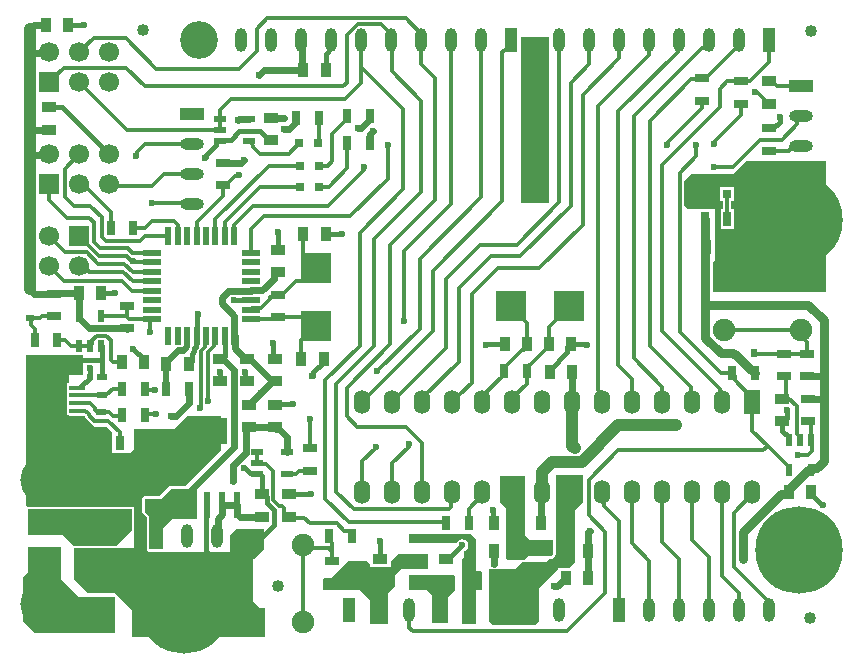
<source format=gtl>
G04*
G04 #@! TF.GenerationSoftware,Altium Limited,Altium Designer,20.2.5 (213)*
G04*
G04 Layer_Physical_Order=1*
G04 Layer_Color=255*
%FSLAX44Y44*%
%MOMM*%
G71*
G04*
G04 #@! TF.SameCoordinates,D028A582-A43C-45AF-95F9-5D6BD50934B0*
G04*
G04*
G04 #@! TF.FilePolarity,Positive*
G04*
G01*
G75*
%ADD12R,0.8000X0.8000*%
%ADD13R,0.6000X2.2000*%
%ADD14R,3.5000X2.2000*%
%ADD15R,1.3000X0.9000*%
%ADD16R,0.9000X1.3000*%
%ADD17R,2.5000X2.6000*%
%ADD18R,2.6000X2.5000*%
%ADD19R,1.0000X0.5500*%
%ADD20R,0.5500X1.0000*%
%ADD21R,1.6000X3.0000*%
%ADD22R,1.5000X0.5500*%
%ADD23R,0.5500X1.5000*%
%ADD24R,2.7000X2.0000*%
%ADD25R,1.3500X0.4000*%
%ADD26R,1.9000X1.9000*%
%ADD27R,1.4000X1.6000*%
%ADD28R,0.6858X0.5588*%
%ADD29R,0.5588X0.6858*%
%ADD30R,1.3000X0.7000*%
%ADD31R,0.7000X1.3000*%
%ADD32R,0.9000X0.6000*%
%ADD63R,1.9000X1.9000*%
%ADD64C,1.9000*%
%ADD71C,0.3000*%
%ADD72C,1.0160*%
%ADD73C,0.6000*%
%ADD74C,0.4000*%
%ADD75C,1.0000*%
%ADD76C,0.8000*%
%ADD77C,0.5000*%
%ADD78C,3.2000*%
%ADD79C,4.0000*%
%ADD80R,1.0000X2.0000*%
%ADD81O,1.0000X2.0000*%
%ADD82O,2.0000X1.0000*%
%ADD83R,2.0000X1.0000*%
%ADD84C,7.4000*%
%ADD85R,1.7000X1.7000*%
%ADD86C,1.7000*%
%ADD87R,1.4000X2.0000*%
%ADD88O,1.4000X2.0000*%
G04:AMPARAMS|DCode=89|XSize=2mm|YSize=1.2mm|CornerRadius=0.3mm|HoleSize=0mm|Usage=FLASHONLY|Rotation=0.000|XOffset=0mm|YOffset=0mm|HoleType=Round|Shape=RoundedRectangle|*
%AMROUNDEDRECTD89*
21,1,2.0000,0.6000,0,0,0.0*
21,1,1.4000,1.2000,0,0,0.0*
1,1,0.6000,0.7000,-0.3000*
1,1,0.6000,-0.7000,-0.3000*
1,1,0.6000,-0.7000,0.3000*
1,1,0.6000,0.7000,0.3000*
%
%ADD89ROUNDEDRECTD89*%
%ADD90C,0.6000*%
G36*
X448000Y370000D02*
X425000D01*
Y511000D01*
X448000D01*
Y370000D01*
D02*
G37*
G36*
X683000Y295000D02*
X586867D01*
Y319867D01*
X589000Y322000D01*
X589000Y365000D01*
X586500Y365000D01*
X586000Y365500D01*
Y365500D01*
X575000D01*
Y365000D01*
X566000Y365000D01*
X562569Y368431D01*
Y388569D01*
X569000Y395000D01*
X604000Y395000D01*
X615000Y406000D01*
X683000D01*
Y295000D01*
D02*
G37*
G36*
X54000Y225000D02*
X42000D01*
Y218000D01*
X39995D01*
Y210000D01*
Y203500D01*
Y197000D01*
Y190500D01*
X42000D01*
Y190000D01*
X55000D01*
X55670Y189330D01*
X55698Y189190D01*
X56472Y188032D01*
X61027Y183477D01*
X62185Y182703D01*
X62325Y182675D01*
X64000Y181000D01*
X73000D01*
X78000Y176000D01*
Y159000D01*
X80000D01*
Y158500D01*
X91000D01*
Y159000D01*
X94000D01*
X97000Y162000D01*
Y179000D01*
X131000D01*
X142000Y190000D01*
X171000D01*
X171000Y161000D01*
X141000Y131000D01*
X127000Y131000D01*
X118039Y122039D01*
X106000D01*
X105220Y121884D01*
X104558Y121442D01*
X104116Y120780D01*
X103961Y120000D01*
Y109000D01*
X103961Y109000D01*
X104116Y108220D01*
X104558Y107558D01*
X104558Y107558D01*
X107961Y104155D01*
Y77000D01*
X108116Y76220D01*
X108558Y75558D01*
X109000Y75263D01*
Y75000D01*
X109803D01*
X110000Y74961D01*
X122000D01*
X122197Y75000D01*
X178000Y75000D01*
Y89000D01*
X183000Y94000D01*
X207000D01*
Y77000D01*
X199000Y69000D01*
X197000D01*
Y34000D01*
X204000Y27000D01*
X208000D01*
Y3000D01*
X95000D01*
Y26000D01*
X81000Y40000D01*
X58000D01*
X46000Y52000D01*
Y77961D01*
X82000Y77961D01*
X82197Y78000D01*
X96000D01*
X97000Y79000D01*
Y92803D01*
X97039Y93000D01*
Y111000D01*
X97000Y111197D01*
Y113000D01*
X95197D01*
X95000Y113039D01*
X7000D01*
X6967Y113033D01*
X6000Y114000D01*
Y242000D01*
X54000D01*
Y225000D01*
D02*
G37*
G36*
X95000Y93000D02*
X82000Y80000D01*
X46000Y80000D01*
X37000Y89000D01*
X7000D01*
Y111000D01*
X95000D01*
Y93000D01*
D02*
G37*
G36*
X150000Y127000D02*
Y103000D01*
X130000D01*
X122000Y95000D01*
Y77000D01*
X110000D01*
Y105000D01*
X106000Y109000D01*
Y120000D01*
X120000D01*
X128000Y128000D01*
X149000D01*
X150000Y127000D01*
D02*
G37*
G36*
X477000Y140000D02*
X477000Y117000D01*
X470000Y110000D01*
X470000Y66000D01*
X465500Y61500D01*
X456000D01*
Y60000D01*
X456000D01*
X440000Y44000D01*
Y36000D01*
X440000Y36000D01*
X440000D01*
Y16000D01*
X437000Y13000D01*
X401000D01*
X398000Y16000D01*
Y60000D01*
X401507D01*
X402000Y59902D01*
X402492Y60000D01*
X412000D01*
Y60000D01*
X420000Y60000D01*
X425961Y65961D01*
X428000D01*
X428000Y65961D01*
X428196Y66000D01*
X446000Y66000D01*
X448961Y68961D01*
X450000D01*
X450000Y68961D01*
X450780Y69116D01*
X451442Y69558D01*
X451442Y69558D01*
X453442Y71558D01*
X453884Y72220D01*
X454039Y73000D01*
Y85000D01*
X454000Y85197D01*
Y140000D01*
X477000Y140000D01*
D02*
G37*
G36*
X428000Y89000D02*
X432000Y85000D01*
X452000D01*
Y73000D01*
X450000Y71000D01*
X431000D01*
Y71000D01*
X428000Y68000D01*
X414000D01*
X412000Y70000D01*
Y112000D01*
X407000Y117000D01*
Y139000D01*
X428000D01*
Y89000D01*
D02*
G37*
G36*
X346000Y60000D02*
X323000D01*
X318000Y55000D01*
Y46000D01*
X312000Y40000D01*
Y14000D01*
X297000D01*
Y34000D01*
X288000Y43000D01*
X257000D01*
Y52102D01*
X257898Y53000D01*
X264000Y53000D01*
X273000Y62000D01*
X273500D01*
Y62500D01*
X278000Y67000D01*
X294000Y67000D01*
X296500Y64500D01*
Y62000D01*
X315000D01*
Y67000D01*
X321000Y73000D01*
X346000D01*
Y60000D01*
D02*
G37*
G36*
X368102Y55000D02*
X369000Y54102D01*
X369000Y43000D01*
X363000Y37000D01*
X363000Y15000D01*
X349000D01*
Y38000D01*
X344000Y43000D01*
X330000D01*
Y55000D01*
X368102Y55000D01*
D02*
G37*
G36*
X387000Y85000D02*
X387000Y59000D01*
X391102Y59000D01*
X392000Y58102D01*
Y43000D01*
X387000D01*
Y14000D01*
X375000D01*
X374913Y33838D01*
X375000Y33933D01*
X375000Y68915D01*
X376207Y69537D01*
Y75642D01*
X376951Y75790D01*
X378605Y76895D01*
X379710Y78549D01*
X380098Y80500D01*
X379710Y82451D01*
X378605Y84105D01*
X376951Y85210D01*
X375000Y85598D01*
X373049Y85210D01*
X371395Y84105D01*
X370290Y82451D01*
X370200Y82000D01*
X361915Y82000D01*
X338771Y82000D01*
X330000Y82000D01*
X330000Y90000D01*
X382000Y90000D01*
X387000Y85000D01*
D02*
G37*
G36*
X35000Y52000D02*
X50000Y37000D01*
X81000D01*
Y6000D01*
X13000D01*
X3000Y16000D01*
Y54000D01*
X7000Y58000D01*
Y79000D01*
X35000D01*
Y52000D01*
D02*
G37*
%LPC*%
G36*
X605000Y384000D02*
X593000D01*
Y372000D01*
X595681D01*
Y365500D01*
X594000D01*
Y348500D01*
X605000D01*
Y365500D01*
X602819D01*
Y372000D01*
X605000D01*
Y384000D01*
D02*
G37*
%LPD*%
D12*
X583000Y378000D02*
D03*
X599000D02*
D03*
X253000Y421000D02*
D03*
X237000D02*
D03*
X238000Y402000D02*
D03*
X254000D02*
D03*
Y384000D02*
D03*
X238000D02*
D03*
D13*
X133600Y115000D02*
D03*
X146300D02*
D03*
X159000D02*
D03*
X171700D02*
D03*
X184400D02*
D03*
D14*
X159000Y177000D02*
D03*
D15*
X216000Y238500D02*
D03*
Y219500D02*
D03*
X113000Y133500D02*
D03*
Y114500D02*
D03*
X205000Y123500D02*
D03*
Y104500D02*
D03*
X442000Y59000D02*
D03*
Y78000D02*
D03*
X193000Y238500D02*
D03*
Y219500D02*
D03*
X219000Y311500D02*
D03*
Y330500D02*
D03*
X170000Y219500D02*
D03*
Y238500D02*
D03*
X25000Y432500D02*
D03*
Y451500D02*
D03*
X635000Y473500D02*
D03*
Y454500D02*
D03*
X305000Y49500D02*
D03*
Y68500D02*
D03*
X361000Y49500D02*
D03*
Y68500D02*
D03*
X213000Y442500D02*
D03*
Y423500D02*
D03*
X216000Y180500D02*
D03*
Y199500D02*
D03*
X646000Y204500D02*
D03*
Y185500D02*
D03*
X228000Y104500D02*
D03*
Y123500D02*
D03*
X194000Y199500D02*
D03*
Y180500D02*
D03*
D16*
X143500Y234000D02*
D03*
X124500D02*
D03*
X462500Y76000D02*
D03*
X481500D02*
D03*
X259500Y483000D02*
D03*
X240500D02*
D03*
X600000Y333000D02*
D03*
X581000D02*
D03*
X240500Y344000D02*
D03*
X259500D02*
D03*
X238500Y238000D02*
D03*
X257500D02*
D03*
X385500Y51000D02*
D03*
X404500D02*
D03*
X22500Y521000D02*
D03*
X41500D02*
D03*
X468000Y227000D02*
D03*
X449000D02*
D03*
X420500Y99000D02*
D03*
X401500D02*
D03*
X441500D02*
D03*
X460500D02*
D03*
X430000Y251000D02*
D03*
X411000D02*
D03*
X448000D02*
D03*
X467000D02*
D03*
X651500Y126000D02*
D03*
X670500D02*
D03*
X50500Y294000D02*
D03*
X69500D02*
D03*
X86500Y236000D02*
D03*
X105500D02*
D03*
X481500Y53000D02*
D03*
X462500D02*
D03*
X421000Y76000D02*
D03*
X402000D02*
D03*
D17*
X465000Y283000D02*
D03*
X416000D02*
D03*
D18*
X251000Y315500D02*
D03*
Y266500D02*
D03*
D19*
X169500Y441500D02*
D03*
Y432000D02*
D03*
Y422500D02*
D03*
X194500Y441500D02*
D03*
Y422500D02*
D03*
X201500Y159500D02*
D03*
Y150000D02*
D03*
Y140500D02*
D03*
X226500Y159500D02*
D03*
Y140500D02*
D03*
D20*
X50500Y249500D02*
D03*
X60000D02*
D03*
X69500D02*
D03*
X50500Y274500D02*
D03*
X69500D02*
D03*
X670500Y169500D02*
D03*
X661000D02*
D03*
X651500D02*
D03*
X670500Y144500D02*
D03*
X651500D02*
D03*
D21*
X72000Y96000D02*
D03*
Y137000D02*
D03*
Y21500D02*
D03*
Y62500D02*
D03*
D22*
X196000Y272000D02*
D03*
Y280000D02*
D03*
Y288000D02*
D03*
Y296000D02*
D03*
Y304000D02*
D03*
Y312000D02*
D03*
Y320000D02*
D03*
Y328000D02*
D03*
X112000D02*
D03*
Y320000D02*
D03*
Y312000D02*
D03*
Y304000D02*
D03*
Y296000D02*
D03*
Y288000D02*
D03*
Y280000D02*
D03*
Y272000D02*
D03*
D23*
X182000Y342000D02*
D03*
X174000D02*
D03*
X166000D02*
D03*
X158000D02*
D03*
X150000D02*
D03*
X142000D02*
D03*
X134000D02*
D03*
X126000D02*
D03*
Y258000D02*
D03*
X134000D02*
D03*
X142000D02*
D03*
X150000D02*
D03*
X158000D02*
D03*
X166000D02*
D03*
X174000D02*
D03*
X182000D02*
D03*
D24*
X21000Y68000D02*
D03*
Y100000D02*
D03*
D25*
X48745Y188000D02*
D03*
Y194500D02*
D03*
Y201000D02*
D03*
Y207500D02*
D03*
Y214000D02*
D03*
D26*
X21995Y189000D02*
D03*
Y213000D02*
D03*
X195500Y15500D02*
D03*
D27*
X46495Y169000D02*
D03*
Y233000D02*
D03*
D28*
X9000Y297192D02*
D03*
Y272808D02*
D03*
D29*
X597808Y243000D02*
D03*
X622192D02*
D03*
D30*
X172000Y404500D02*
D03*
Y385500D02*
D03*
X91000Y264500D02*
D03*
Y283500D02*
D03*
X219000Y292500D02*
D03*
Y273500D02*
D03*
X611000Y473500D02*
D03*
Y454500D02*
D03*
X578129Y475879D02*
D03*
Y456879D02*
D03*
X635000Y414500D02*
D03*
Y433500D02*
D03*
X668000Y204500D02*
D03*
Y185500D02*
D03*
X29000Y293500D02*
D03*
Y274500D02*
D03*
X667000Y223500D02*
D03*
Y242500D02*
D03*
X265000Y48500D02*
D03*
Y67500D02*
D03*
X246000Y162500D02*
D03*
Y143500D02*
D03*
X647000Y223500D02*
D03*
Y242500D02*
D03*
X338000Y67500D02*
D03*
Y86500D02*
D03*
Y48500D02*
D03*
Y67500D02*
D03*
D31*
X296500Y444000D02*
D03*
X277500D02*
D03*
X296500Y421000D02*
D03*
X277500D02*
D03*
X77500Y349000D02*
D03*
X96500D02*
D03*
X106000Y213000D02*
D03*
X87000D02*
D03*
X106000Y191000D02*
D03*
X87000D02*
D03*
X104500Y167000D02*
D03*
X85500D02*
D03*
X361500Y99000D02*
D03*
X380500D02*
D03*
X622500Y226000D02*
D03*
X603500D02*
D03*
X234500Y442000D02*
D03*
X253500D02*
D03*
X410500Y228000D02*
D03*
X429500D02*
D03*
X580500Y357000D02*
D03*
X599500D02*
D03*
X32000Y254000D02*
D03*
X13000D02*
D03*
X281500Y88000D02*
D03*
X262500D02*
D03*
X143500Y213000D02*
D03*
X124500D02*
D03*
D32*
X70000Y223000D02*
D03*
Y208000D02*
D03*
X69000Y178000D02*
D03*
Y193000D02*
D03*
D63*
X596500Y307500D02*
D03*
D64*
X661500D02*
D03*
Y262500D02*
D03*
X596500D02*
D03*
X195500Y80500D02*
D03*
X240500D02*
D03*
Y15500D02*
D03*
D71*
X198000Y418000D02*
G03*
X196136Y422500I-6364J-0D01*
G01*
X559000Y396000D02*
X573000Y410000D01*
Y419000D01*
X467000Y368000D02*
Y472000D01*
X482600Y487600D01*
X424000Y325000D02*
X467000Y368000D01*
X477000Y462000D02*
X508000Y493000D01*
X440000Y315000D02*
X477000Y352000D01*
Y462000D01*
X268000Y126000D02*
X283000Y111000D01*
X363468D01*
X268000Y126000D02*
Y217000D01*
X365225Y112757D02*
Y124276D01*
X363468Y111000D02*
X365225Y112757D01*
Y124276D02*
X366650Y125700D01*
X174000Y354000D02*
X204000Y384000D01*
X174000Y342000D02*
Y354000D01*
X182000Y352000D02*
X198000Y368000D01*
X182000Y342000D02*
Y352000D01*
X166000Y342000D02*
Y357000D01*
X211000Y402000D01*
X106000Y349000D02*
X112000Y355000D01*
X96500Y349000D02*
X106000D01*
X112000Y355000D02*
X131000D01*
X134000Y352000D01*
Y342000D02*
Y352000D01*
X172000Y385500D02*
X175000D01*
X172000D02*
X172000D01*
X175000D02*
X182926Y393426D01*
X185426D01*
X186000Y394000D01*
X150000Y354125D02*
X172000Y376125D01*
Y385500D01*
X150000Y342000D02*
Y354125D01*
X25400Y472440D02*
X37960Y485000D01*
X90000D01*
X46000Y368000D02*
X60000D01*
X38800Y375200D02*
Y399480D01*
Y375200D02*
X46000Y368000D01*
X40000Y358000D02*
X59000D01*
X25400Y372600D02*
X40000Y358000D01*
X25400Y372600D02*
Y386080D01*
X63000Y336871D02*
Y354000D01*
X59000Y358000D02*
X63000Y354000D01*
X90500Y274500D02*
X91000Y274000D01*
Y283500D01*
Y274000D02*
X93000Y272000D01*
X109500D02*
X110750Y273250D01*
X111000Y271000D02*
X112000Y272000D01*
X69500Y274500D02*
X90500D01*
X93000Y272000D02*
X109500D01*
X630000Y161000D02*
X633625Y164625D01*
X482000Y136000D02*
X507000Y161000D01*
X630000D01*
X482000Y106000D02*
X496000Y92000D01*
X482000Y106000D02*
Y136000D01*
X633625Y164625D02*
X651500Y146750D01*
X620650Y177600D02*
X633625Y164625D01*
X651500Y144500D02*
Y146750D01*
X620650Y177600D02*
Y201930D01*
Y204930D01*
X658000Y174750D02*
Y198500D01*
X605000Y62294D02*
X634216Y33079D01*
X605000Y62294D02*
Y108000D01*
X620650Y123650D01*
X457200Y371200D02*
Y508000D01*
X390000Y335000D02*
X421000D01*
X457200Y371200D01*
X350000Y313000D02*
X409000Y372000D01*
X416560Y503000D02*
Y508000D01*
X413060Y499500D02*
X416560Y503000D01*
X410757Y499500D02*
X413060D01*
X409000Y497743D02*
X410757Y499500D01*
X409000Y372000D02*
Y497743D01*
X405000Y315000D02*
X440000D01*
X544000Y262000D02*
X593145Y212855D01*
X544000Y402192D02*
X593000Y451192D01*
X544000Y262000D02*
Y402192D01*
X534000Y249000D02*
X568828Y214172D01*
X534000Y440000D02*
X568886Y474886D01*
X534000Y249000D02*
Y440000D01*
X520000Y239000D02*
X544327Y214673D01*
X520000Y443800D02*
X577982Y501782D01*
X520000Y239000D02*
Y443800D01*
X507000Y233000D02*
Y448000D01*
Y233000D02*
X519050Y220950D01*
X507000Y448000D02*
X557461Y498461D01*
X490000Y452000D02*
X533400Y495400D01*
X493650Y201930D02*
Y207907D01*
X490000Y211557D02*
X493650Y207907D01*
X490000Y211557D02*
Y452000D01*
X169500Y448750D02*
X178750Y458000D01*
X276000D01*
X289560Y471560D01*
X90000Y485000D02*
X106000Y469000D01*
X274000D01*
X277000Y472000D01*
Y512461D02*
X286539Y522000D01*
X277000Y472000D02*
Y512461D01*
X90160Y509840D02*
X116000Y484000D01*
X186000D01*
X201000Y499000D01*
X210000Y527000D02*
X327000D01*
X340360Y513640D01*
X201000Y499000D02*
Y518000D01*
X210000Y527000D01*
X286539Y522000D02*
X305960D01*
X314960Y508000D02*
Y513000D01*
X305960Y522000D02*
X314960Y513000D01*
X340360Y508000D02*
Y513640D01*
X62800Y509840D02*
X90160D01*
X198783Y417218D02*
X204000Y412000D01*
X194500Y422500D02*
X196136Y422500D01*
X198000Y418000D02*
X198783Y417218D01*
X204000Y412000D02*
X228000D01*
X211000Y402000D02*
X238000D01*
X198000Y368000D02*
X261000D01*
X291426Y398426D01*
X588000Y422000D02*
X611000Y445000D01*
X588000Y420250D02*
Y422000D01*
X312000Y391000D02*
Y419000D01*
X280000Y359000D02*
X312000Y391000D01*
X584200Y505016D02*
Y508000D01*
X580966Y501782D02*
X584200Y505016D01*
X577982Y501782D02*
X580966D01*
X557461Y506661D02*
X558800Y508000D01*
X557461Y498461D02*
Y506661D01*
X533400Y495400D02*
Y508000D01*
X508000Y493000D02*
Y508000D01*
X482600Y487600D02*
Y508000D01*
X399000Y325000D02*
X424000D01*
X286000Y181000D02*
X327001D01*
X277000Y190000D02*
Y214000D01*
Y190000D02*
X286000Y181000D01*
X341250Y125730D02*
Y166751D01*
X327001Y181000D02*
X341250Y166751D01*
X302000Y163000D02*
Y163438D01*
X315850Y149850D02*
X330000Y164000D01*
Y166000D01*
X290450Y151450D02*
X302000Y163000D01*
X259000Y120000D02*
X279000Y100000D01*
X259000Y120000D02*
Y220550D01*
X279000Y100000D02*
X360500D01*
X361500Y99000D01*
X268000Y217000D02*
X300000Y249000D01*
X259000Y220550D02*
X288000Y249550D01*
Y345000D02*
X325000Y382000D01*
X288000Y249550D02*
Y345000D01*
X300000Y249000D02*
Y340000D01*
X340000Y380000D01*
X277000Y214000D02*
X314000Y251000D01*
Y335000D02*
X352000Y373000D01*
X314000Y251000D02*
Y335000D01*
X326000Y330000D02*
X365760Y369760D01*
X326000Y270000D02*
Y330000D01*
X303000Y228000D02*
X339000Y264000D01*
Y323000D02*
X391160Y375160D01*
X339000Y264000D02*
Y323000D01*
X290450Y201953D02*
X350000Y261503D01*
Y313000D01*
X361000Y306000D02*
X390000Y335000D01*
X315850Y201953D02*
X361000Y247103D01*
Y306000D01*
X372000Y236000D02*
Y298000D01*
X341250Y205250D02*
X372000Y236000D01*
Y298000D02*
X399000Y325000D01*
X325000Y382000D02*
Y450000D01*
X340000Y380000D02*
Y457000D01*
X289560Y502440D02*
Y508000D01*
X352000Y373000D02*
Y476000D01*
X365760Y369760D02*
Y508000D01*
X391160Y375160D02*
Y508000D01*
X383000Y218280D02*
Y293000D01*
X405000Y315000D01*
X366650Y201930D02*
Y201953D01*
X373258Y208562D02*
X373282D01*
X366650Y201953D02*
X373258Y208562D01*
X373282D02*
X383000Y218280D01*
X340360Y487640D02*
Y508000D01*
Y487640D02*
X352000Y476000D01*
X315198Y481802D02*
X340000Y457000D01*
X315198Y481802D02*
Y507762D01*
X289560Y485440D02*
X325000Y450000D01*
X289560Y485440D02*
Y502440D01*
Y471560D02*
Y485440D01*
X207000Y359000D02*
X280000D01*
X303000Y228000D02*
Y228000D01*
X559000Y261000D02*
X594000Y226000D01*
X559000Y261000D02*
Y396000D01*
X646750Y242750D02*
X647000Y242500D01*
X622442Y242750D02*
X646750D01*
X622192Y243000D02*
X622442Y242750D01*
X647000Y242500D02*
X667000D01*
Y252670D01*
X661500Y258170D02*
Y262500D01*
Y258170D02*
X667000Y252670D01*
X596500Y262500D02*
X661500D01*
X594000Y226000D02*
X603500D01*
X519050Y201930D02*
Y220950D01*
X544327Y202053D02*
Y214673D01*
Y202053D02*
X544450Y201930D01*
X568828Y202952D02*
Y214172D01*
Y202952D02*
X569850Y201930D01*
X593145Y204035D02*
Y212855D01*
X603500Y226000D02*
X605500Y224000D01*
X651000Y205500D02*
X658000Y198500D01*
X661000Y169500D02*
Y171750D01*
X658000Y174750D02*
X661000Y171750D01*
X620650Y123650D02*
Y125730D01*
X508000Y25400D02*
Y101000D01*
X493650Y125730D02*
X495092Y124288D01*
Y113908D02*
Y124288D01*
Y113908D02*
X508000Y101000D01*
X281500Y88000D02*
Y91000D01*
X279500Y93000D02*
X281500Y91000D01*
X275086Y93000D02*
X279500D01*
X269086Y99000D02*
X275086Y93000D01*
X246000Y99000D02*
X269086D01*
X241000Y104000D02*
X246000Y99000D01*
X228500Y104000D02*
X241000D01*
X228000Y104500D02*
X228500Y104000D01*
X58995Y190555D02*
X63550Y186000D01*
X75000D02*
X85000Y176000D01*
X63550Y186000D02*
X75000D01*
X49245Y194000D02*
X55550D01*
X56050Y193500D02*
X56945D01*
X55550Y194000D02*
X56050Y193500D01*
X56945D02*
X58995Y191450D01*
Y190555D02*
Y191450D01*
X48745Y194500D02*
X49245Y194000D01*
X65500Y193500D02*
X67000D01*
X64000Y195000D02*
X65500Y193500D01*
X67000D02*
X75500D01*
X64000Y195000D02*
Y196500D01*
X611000Y473500D02*
X611500Y474000D01*
X619000D02*
X635000Y490000D01*
X611500Y474000D02*
X619000D01*
X635000Y490000D02*
Y503000D01*
X50800Y472440D02*
X50800D01*
X91240Y432000D02*
X169500D01*
X50800Y472440D02*
X91240Y432000D01*
X228000Y412000D02*
X237000Y421000D01*
X254000Y402000D02*
X261000D01*
X265000Y406000D02*
Y428500D01*
X261000Y402000D02*
X265000Y406000D01*
X254000Y384000D02*
X262000D01*
X277500Y399500D02*
Y421000D01*
X262000Y384000D02*
X277500Y399500D01*
X196000Y348000D02*
X207000Y359000D01*
X196000Y328000D02*
Y348000D01*
X204000Y384000D02*
X238000D01*
X153500Y245021D02*
X156750Y248271D01*
X153000Y197000D02*
X153500Y197500D01*
Y245021D01*
X290450Y125730D02*
Y151450D01*
X315850Y125730D02*
Y149850D01*
X464000Y8000D02*
X496000Y40000D01*
X330200Y10800D02*
X333000Y8000D01*
X464000D01*
X496000Y40000D02*
Y92000D01*
X609600Y25400D02*
Y40400D01*
X595250Y54750D02*
Y125730D01*
Y54750D02*
X609600Y40400D01*
X634243Y26157D02*
Y33079D01*
X634216D02*
X634243D01*
Y26157D02*
X635000Y25400D01*
X569850Y85150D02*
X584200Y70800D01*
Y25400D02*
Y70800D01*
X569850Y85150D02*
Y125730D01*
X558800Y25400D02*
Y69200D01*
X544450Y83550D02*
X558800Y69200D01*
X544450Y83550D02*
Y125730D01*
X533400Y25400D02*
Y67600D01*
X519000Y82000D02*
Y125680D01*
Y82000D02*
X533400Y67600D01*
X568886Y474886D02*
X580386D01*
X609600Y504100D01*
X593145Y204035D02*
X595250Y201930D01*
X102000Y338000D02*
X106000Y342000D01*
X69879Y341672D02*
X73550Y338000D01*
X102000D01*
X50800Y342000D02*
X67800Y325000D01*
X91500D02*
X95750Y320750D01*
X67800Y325000D02*
X91500D01*
X57129Y328600D02*
X66729Y319000D01*
X88808D02*
X95808Y312000D01*
X66729Y319000D02*
X88808D01*
X88000Y312000D02*
X96000Y304000D01*
X50800Y316600D02*
X54588D01*
X59188Y312000D01*
X88000D01*
X38000Y304000D02*
X87100D01*
X25400Y316600D02*
X38000Y304000D01*
X87100D02*
X95100Y296000D01*
X95808Y312000D02*
X112000D01*
X63000Y336871D02*
X67871Y332000D01*
X60000Y368000D02*
X69879Y358121D01*
Y341672D02*
Y358121D01*
X38800Y399480D02*
X50800Y411480D01*
X38800Y328600D02*
X57129D01*
X25400Y342000D02*
X38800Y328600D01*
X291426Y400426D02*
X292000Y401000D01*
X291426Y398426D02*
Y400426D01*
X79257Y236000D02*
X85500D01*
X77500Y237757D02*
Y254200D01*
Y237757D02*
X79257Y236000D01*
X73700Y258000D02*
X77500Y254200D01*
X110750Y273250D02*
X112000Y272000D01*
X60000Y249500D02*
X61250Y250750D01*
X65300Y258000D02*
X73700D01*
X61250Y253950D02*
X65300Y258000D01*
X61250Y250750D02*
Y253950D01*
X220000Y114000D02*
X222001D01*
X227258Y104500D02*
X228000D01*
X224258Y107500D02*
X227258Y104500D01*
X224258Y107500D02*
Y111743D01*
X222001Y114000D02*
X224258Y111743D01*
X215000Y119000D02*
X220000Y114000D01*
X215000Y119000D02*
Y143000D01*
X160000Y203000D02*
Y244450D01*
X164750Y249200D01*
X593000Y451192D02*
Y467000D01*
X548000Y421000D02*
X578129Y451129D01*
Y456879D01*
X548000Y419000D02*
Y421000D01*
X659000Y157000D02*
X667871D01*
X671426Y160555D01*
Y168574D01*
X624500Y464000D02*
X634500Y454000D01*
X623000Y464000D02*
X624500D01*
X604000Y401000D02*
X627000Y424000D01*
X588000Y401000D02*
X604000D01*
X611000Y445000D02*
Y454500D01*
X222000Y292500D02*
X234000Y304500D01*
X240000D02*
X251000Y315500D01*
X234000Y304500D02*
X240000D01*
X217243Y290743D02*
X219000Y292500D01*
X222000D01*
X212000Y290743D02*
X217243D01*
X212000Y288800D02*
Y290743D01*
X627000Y424000D02*
X645450D01*
X658500Y437050D01*
Y440366D01*
X95100Y296000D02*
X112000D01*
X96000Y304000D02*
X112000D01*
X50800Y497840D02*
X62800Y509840D01*
X209000Y149000D02*
X215000Y143000D01*
X202500Y149000D02*
X209000D01*
X201500Y150000D02*
X202500Y149000D01*
X111000Y261000D02*
Y271000D01*
X145900Y369900D02*
X146000Y369800D01*
X112100Y369900D02*
X145900D01*
X112000Y370000D02*
X112100Y369900D01*
X99000Y410000D02*
X99574Y410574D01*
Y413574D01*
X106600Y420600D02*
X146000D01*
X99574Y413574D02*
X106600Y420600D01*
X85000Y167500D02*
X85500Y167000D01*
X85000Y167500D02*
Y176000D01*
X246000Y162500D02*
Y187000D01*
X245500Y143000D02*
X246000Y143500D01*
X237000Y143000D02*
X245500D01*
X226500Y140500D02*
X234500D01*
X237000Y143000D01*
X519000Y125680D02*
X519050Y125730D01*
X201500Y150000D02*
Y159500D01*
X107000Y212000D02*
X114500D01*
X106000Y191000D02*
X107000Y192000D01*
X115500D01*
X156750Y256750D02*
X158000Y258000D01*
X156750Y248271D02*
Y256750D01*
X164750D02*
X166000Y258000D01*
X164750Y249200D02*
Y256750D01*
X106000Y213000D02*
X107000Y212000D01*
X79000Y190000D02*
X85500D01*
X75500Y193500D02*
X79000Y190000D01*
X48745Y201000D02*
X59500D01*
X64000Y196500D01*
X79000Y213000D02*
X85500D01*
X67000Y208500D02*
X74500D01*
X79000Y213000D01*
X48745Y207500D02*
X49245Y208000D01*
X66500D01*
X67000Y208500D01*
X50500Y249500D02*
X60000D01*
X50000Y249000D02*
X50500Y249500D01*
X44000Y249000D02*
X50000D01*
X32000Y254000D02*
X39000D01*
X44000Y249000D01*
X9000Y272808D02*
X10000Y271808D01*
Y267000D02*
Y271808D01*
X13000Y254000D02*
Y264000D01*
X10000Y267000D02*
X13000Y264000D01*
X9000Y272808D02*
X17808D01*
X19500Y274500D02*
X29000D01*
X17808Y272808D02*
X19500Y274500D01*
X277500Y441000D02*
Y444000D01*
X265000Y428500D02*
X277500Y441000D01*
X253250Y441750D02*
X253500Y442000D01*
X253250Y421250D02*
Y441750D01*
X253000Y421000D02*
X253250Y421250D01*
X95571Y328000D02*
X112000D01*
X91571Y332000D02*
X95571Y328000D01*
X67871Y332000D02*
X91571D01*
X96500Y320000D02*
X112000D01*
X77500Y349000D02*
Y362500D01*
X53920Y386080D02*
X77500Y362500D01*
X50800Y386080D02*
X53920D01*
X106000Y342000D02*
X126000D01*
X122200Y395200D02*
X146000D01*
X112000Y385000D02*
X122200Y395200D01*
X76200Y386080D02*
X77280Y385000D01*
X112000D01*
X169500Y441500D02*
Y448750D01*
Y432000D02*
Y441500D01*
X314960Y508000D02*
X315198Y507762D01*
X250500Y266500D02*
X251000D01*
X239500Y255500D02*
X250500Y266500D01*
X239500Y255000D02*
Y255500D01*
X238500Y254000D02*
X239500Y255000D01*
X238500Y238000D02*
Y254000D01*
X240500Y326000D02*
X251000Y315500D01*
X240500Y326000D02*
Y344000D01*
X196000Y272000D02*
X196000Y272000D01*
X217500D01*
X219000Y273500D01*
X244000D02*
X251000Y266500D01*
X219000Y273500D02*
X244000D01*
X196000Y280000D02*
X197250Y281250D01*
X204450D01*
X212000Y288800D01*
X429500Y216980D02*
Y228000D01*
X417450Y204930D02*
X429500Y216980D01*
X417450Y201930D02*
Y204930D01*
X448000Y249000D02*
Y251000D01*
X432000Y233000D02*
X448000Y249000D01*
X431500Y233000D02*
X432000D01*
X429500Y231000D02*
X431500Y233000D01*
X429500Y228000D02*
Y231000D01*
X448000Y251000D02*
Y265500D01*
X465000Y282500D02*
Y283000D01*
X448000Y265500D02*
X465000Y282500D01*
X430000Y251000D02*
Y268500D01*
X416000Y282500D02*
X430000Y268500D01*
X416000Y282500D02*
Y283000D01*
X410500Y228000D02*
Y231000D01*
X425500Y246000D01*
X427000D01*
X430000Y249000D01*
Y251000D01*
X392050Y201930D02*
Y206550D01*
X410500Y225000D01*
Y228000D01*
X265000Y75000D02*
Y82500D01*
Y67500D02*
Y75000D01*
X240500Y80500D02*
X243000Y78000D01*
X262000D01*
X265000Y75000D01*
X262500Y85000D02*
X265000Y82500D01*
X262500Y85000D02*
Y88000D01*
X240500Y15500D02*
Y80500D01*
X649000Y205500D02*
X651000D01*
X649000D02*
Y223500D01*
X599000Y378000D02*
X599250Y377750D01*
Y357250D02*
Y377750D01*
Y357250D02*
X599500Y357000D01*
X593000Y467000D02*
X599500Y473500D01*
X611000D01*
X605500Y220080D02*
X620650Y204930D01*
X605500Y220080D02*
Y224000D01*
X330200Y10800D02*
Y25400D01*
X641500Y469000D02*
X662000D01*
X637000Y473500D02*
X641500Y469000D01*
X635000Y473500D02*
X637000D01*
X635000Y414500D02*
X651406D01*
X655106Y418200D01*
X662000D01*
X661734Y443600D02*
X662000D01*
X658500Y440366D02*
X661734Y443600D01*
X670500Y169500D02*
Y186000D01*
X671000Y186500D01*
X670500Y169500D02*
X671426Y168574D01*
X634500Y454000D02*
X635000Y454500D01*
X380500Y99000D02*
Y111180D01*
X392050Y122730D01*
Y125730D01*
X290450Y201930D02*
Y201953D01*
X315850Y201930D02*
Y201953D01*
X341250Y201930D02*
Y205250D01*
X609600Y504100D02*
Y508000D01*
D72*
X669000Y19000D02*
D03*
X219000Y46000D02*
D03*
X670000Y516000D02*
D03*
X105000Y517000D02*
D03*
D73*
X196250Y296250D02*
X205679D01*
X215500Y306071D02*
Y310000D01*
X205679Y296250D02*
X215500Y306071D01*
X217000Y311500D02*
X219000D01*
X215500Y310000D02*
X217000Y311500D01*
X196000Y296000D02*
X196250Y296250D01*
X58750Y264500D02*
X90000D01*
X91000Y263500D01*
X50500Y272750D02*
Y274500D01*
Y272750D02*
X58750Y264500D01*
X49750Y293750D02*
X50500Y293000D01*
Y294000D01*
Y274500D02*
Y293000D01*
X29000Y293500D02*
X29250Y293750D01*
X49750D01*
X12015Y293500D02*
X29000D01*
X9000Y296515D02*
Y297192D01*
Y296515D02*
X12015Y293500D01*
X24920Y411000D02*
X25400Y411480D01*
X9000Y411000D02*
X24920D01*
X24500Y432000D02*
X25000Y432500D01*
X9000Y432000D02*
X24500D01*
X24560Y497000D02*
X25400Y497840D01*
X9000Y497000D02*
X24560D01*
X12515Y521000D02*
X22500D01*
X9000Y517485D02*
X12515Y521000D01*
X667000Y223500D02*
X681000D01*
X668000Y204500D02*
X668000Y204500D01*
X681000D01*
X402000Y65000D02*
Y76000D01*
X455500Y46000D02*
X462500Y53000D01*
X453000Y46000D02*
X455500D01*
X124500Y236000D02*
X134000Y245500D01*
X138821D01*
X124500Y236000D02*
Y236000D01*
X140500Y247179D02*
Y247193D01*
X138821Y245500D02*
X140500Y247179D01*
X441500Y100500D02*
X442000Y101000D01*
Y124880D01*
X239000Y484000D02*
X239630Y484630D01*
X239000Y483000D02*
Y484000D01*
X194000Y180500D02*
X216000D01*
X192000D02*
X194000D01*
X143485Y125485D02*
X181500Y163500D01*
Y229000D01*
X146300Y115000D02*
Y123000D01*
X143815Y125485D02*
X146300Y123000D01*
X143485Y125485D02*
X143815D01*
X172000Y238500D02*
X181500Y229000D01*
X296000Y440500D02*
Y443500D01*
X289500Y434000D02*
X296000Y440500D01*
X287000Y434000D02*
X289500D01*
X296500Y421000D02*
X297000Y421500D01*
Y429000D01*
X299000Y431000D01*
X181000Y135000D02*
Y148314D01*
X191500Y158814D02*
Y180000D01*
X181000Y148314D02*
X191500Y158814D01*
Y180000D02*
X192000Y180500D01*
X25000Y432500D02*
X25200Y432300D01*
X177000Y296000D02*
X196000D01*
X171235Y285265D02*
Y290235D01*
X177000Y296000D01*
X171235Y285265D02*
X182000Y274500D01*
X182250Y247250D02*
Y257750D01*
X207000Y483000D02*
X239000D01*
X213000Y442500D02*
X213500Y442000D01*
X239525Y484735D02*
Y507235D01*
Y484735D02*
X239630Y484630D01*
X468000Y227000D02*
X468125Y226875D01*
X481500Y91500D02*
X483000Y93000D01*
X238760Y508000D02*
X239525Y507235D01*
X228500Y433000D02*
X234500Y439000D01*
X224000Y433000D02*
X228500D01*
X67000Y31000D02*
X72000Y26000D01*
Y21500D02*
Y26000D01*
X219500Y179000D02*
X226500Y172000D01*
X234500Y439000D02*
Y442000D01*
X296000Y443500D02*
X296500Y444000D01*
X185597Y441250D02*
X194250D01*
X172000Y404500D02*
X187500D01*
X226500Y159500D02*
Y172000D01*
X73000Y97000D02*
X89750D01*
X133600Y114500D02*
Y115000D01*
X21000Y31000D02*
Y68000D01*
Y31000D02*
X67000D01*
X114200Y90000D02*
X116200Y88000D01*
X187500Y404500D02*
X190000Y407000D01*
X182000Y258000D02*
Y274500D01*
X167765Y103065D02*
X171700Y107000D01*
X167000Y88000D02*
X167765Y88765D01*
Y103065D01*
X171700Y107000D02*
Y115000D01*
X184400Y107000D02*
Y115000D01*
X25200Y411680D02*
X25400Y411480D01*
X217500Y179000D02*
X219500D01*
X216000Y180500D02*
X217500Y179000D01*
X194250Y441250D02*
X194500Y441500D01*
X213500Y442000D02*
X224000D01*
X185000Y440653D02*
X185597Y441250D01*
X468125Y202055D02*
Y226875D01*
X481500Y53000D02*
Y91500D01*
X143500Y200879D02*
Y213000D01*
X132621Y190000D02*
X143500Y200879D01*
X128000Y190000D02*
X132621D01*
X182000Y258000D02*
X182250Y257750D01*
X204250Y209750D02*
X214000Y219500D01*
X216000D01*
X182250Y247250D02*
X189500Y240000D01*
X193000Y238500D02*
X195000D01*
X214000Y219500D01*
X204250Y209750D02*
X204250D01*
X192000Y199500D02*
X193500Y201000D01*
X191500Y240000D02*
X193000Y238500D01*
X189500Y240000D02*
X191500D01*
X195500Y201000D02*
X204250Y209750D01*
X193500Y201000D02*
X195500D01*
X186900Y104500D02*
X205000D01*
X171700Y115000D02*
X184400D01*
Y107000D02*
X186900Y104500D01*
X89750Y97000D02*
Y105750D01*
X422000Y77000D02*
X441000D01*
X418981Y116019D02*
Y124199D01*
X420750Y76250D02*
X421000Y76000D01*
X441000Y77000D02*
X442000Y78000D01*
X420500Y99000D02*
Y114500D01*
X420750Y76250D02*
Y98750D01*
X420500Y99000D02*
X420750Y98750D01*
X421000Y76000D02*
X422000Y77000D01*
X418981Y116019D02*
X420500Y114500D01*
X417450Y125730D02*
X418981Y124199D01*
X203000Y479000D02*
X207000Y483000D01*
D74*
X259625Y344125D02*
X272875D01*
X272945Y344055D01*
X259500Y344000D02*
X259625Y344125D01*
X219000Y330500D02*
Y346000D01*
X158000Y75343D02*
Y100000D01*
X69750Y236250D02*
Y249250D01*
Y223250D02*
Y236250D01*
X46495Y233000D02*
X50995Y237500D01*
X68500D01*
X69750Y236250D01*
Y223250D02*
X70000Y223000D01*
X69500Y249500D02*
X69750Y249250D01*
X646000Y185500D02*
X647500D01*
X650000Y188000D01*
Y195000D01*
X646000Y177250D02*
Y185500D01*
Y177250D02*
X651500Y171750D01*
Y169500D02*
Y171750D01*
X248383Y223883D02*
Y226883D01*
X257500Y236000D02*
Y238000D01*
X248383Y226883D02*
X257500Y236000D01*
X248000Y223500D02*
X248383Y223883D01*
X572000Y378000D02*
X583000D01*
X567000Y373000D02*
X572000Y378000D01*
X599000Y332000D02*
X600000Y333000D01*
X428000Y62306D02*
Y62393D01*
Y62306D02*
X428026Y62279D01*
X363000Y68500D02*
X375000Y80500D01*
X361000Y68500D02*
X363000D01*
X305000D02*
Y84000D01*
X401000Y102500D02*
Y110000D01*
Y102500D02*
X403000Y100500D01*
X467000Y251000D02*
X480000D01*
X481000Y250000D01*
X396000Y251000D02*
X411000D01*
X395000Y250000D02*
X396000Y251000D01*
X146000Y236500D02*
Y242780D01*
X148000Y244779D01*
X143500Y234000D02*
X146000Y236500D01*
X148000Y244779D02*
Y247299D01*
X149250Y248549D01*
Y257250D01*
X141750Y249534D02*
Y257750D01*
X140500Y247193D02*
Y248284D01*
X141750Y249534D01*
Y257750D02*
X142000Y258000D01*
X158000Y100000D02*
X158000Y100000D01*
X160343Y73000D02*
X183670D01*
X158000Y75343D02*
X160343Y73000D01*
X158000Y100000D02*
Y114000D01*
X159000Y115000D01*
X166500Y421750D02*
X167250Y422500D01*
X166500Y419500D02*
Y421750D01*
X158000Y411000D02*
X166500Y419500D01*
X158000Y409541D02*
Y411000D01*
X157000Y408000D02*
Y408541D01*
X167250Y422500D02*
X169500D01*
X157000Y408541D02*
X158000Y409541D01*
X174000Y240500D02*
Y258000D01*
X172000Y238500D02*
X174000Y240500D01*
X209500Y116657D02*
X215500Y110657D01*
Y97500D02*
Y110657D01*
X209500Y116657D02*
Y121000D01*
X207000Y123500D02*
X209500Y121000D01*
X205000Y123500D02*
X207000D01*
X198500Y80500D02*
X215500Y97500D01*
X195500Y80500D02*
X198500D01*
X69500Y294000D02*
X81000D01*
X149250Y257250D02*
X150000Y258000D01*
X186000Y431000D02*
X203500D01*
X178750Y423750D02*
X186000Y431000D01*
X203500D02*
X211000Y423500D01*
X635000Y433500D02*
X638000D01*
X643617Y439117D01*
Y442617D01*
X644000Y443000D01*
X583000Y378000D02*
X583000Y378000D01*
X96500Y247000D02*
X105500Y238000D01*
X96000Y247000D02*
X96500D01*
X401500Y99000D02*
X403000Y100500D01*
X228000Y123500D02*
X228500Y124000D01*
X247000D01*
X205000Y123500D02*
Y139250D01*
X203750Y140500D02*
X205000Y139250D01*
X201500Y140500D02*
X203750D01*
X200250Y141750D02*
X201500Y140500D01*
X195062Y141750D02*
X200250D01*
X190812Y146000D02*
X195062Y141750D01*
X190000Y146000D02*
X190812D01*
X182000Y288000D02*
X196000D01*
X182000Y288000D02*
X182000Y288000D01*
X216000Y199500D02*
X216500Y200000D01*
X232000D01*
X215000Y239500D02*
X216000Y238500D01*
X215000Y239500D02*
Y252000D01*
X191000Y221500D02*
X193000Y219500D01*
X191000Y221500D02*
Y227000D01*
X170000Y219500D02*
Y227000D01*
X150000Y258000D02*
Y274188D01*
X151000Y275188D01*
Y276000D01*
X105500Y236000D02*
Y238000D01*
X169500Y422500D02*
X170750Y423750D01*
X178750D01*
X211000Y423500D02*
X213000D01*
X25000Y451500D02*
X36180D01*
X76200Y411480D01*
X41500Y521000D02*
X55000D01*
X59500Y222005D02*
Y230500D01*
X52495Y215000D02*
X59500Y222005D01*
X195500Y77000D02*
Y80500D01*
Y15500D02*
Y77000D01*
X195061Y77439D02*
X195500Y77000D01*
X188109Y77439D02*
X195061D01*
X183670Y73000D02*
X188109Y77439D01*
X449000Y227000D02*
Y229000D01*
X464000Y244000D01*
Y248000D01*
X467000Y251000D01*
X259500Y483000D02*
Y496446D01*
X264160Y501106D01*
Y508000D01*
X670500Y124000D02*
Y126000D01*
Y124000D02*
X679500Y115000D01*
X680000D01*
D75*
X9000Y411000D02*
Y432000D01*
Y297192D02*
Y411000D01*
Y432000D02*
Y497000D01*
Y517485D01*
X507000Y182000D02*
X556000D01*
X451000Y151000D02*
X476000D01*
X507000Y182000D01*
X468250Y164750D02*
Y201930D01*
Y164750D02*
X470000Y163000D01*
X442850Y142850D02*
X451000Y151000D01*
X442000Y124880D02*
X442850Y125730D01*
Y142850D01*
X468125Y202055D02*
X468250Y201930D01*
D76*
X681000Y151436D02*
Y204500D01*
X613000Y77000D02*
Y92000D01*
X644500Y123500D01*
X613000Y69000D02*
Y77000D01*
X597808Y243000D02*
X603808D01*
X580750Y284000D02*
Y356750D01*
X594080Y243000D02*
X597808D01*
X681000Y204500D02*
Y223500D01*
Y271000D01*
X580750Y256330D02*
Y284000D01*
X668000D01*
X681000Y271000D01*
X580750Y256330D02*
X594080Y243000D01*
X603808D02*
X604443Y242365D01*
X606135D01*
X619500Y229000D01*
X620582D01*
X622000Y227582D01*
Y226500D02*
Y227582D01*
Y226500D02*
X622500Y226000D01*
X676314Y146750D02*
X681000Y151436D01*
X676090Y146750D02*
X676314D01*
X674840Y145500D02*
X676090Y146750D01*
X671500Y145500D02*
X674840D01*
X670250Y144250D02*
X671500Y145500D01*
X651500Y124000D02*
Y126000D01*
X651000Y123500D02*
X651500Y124000D01*
X644500Y123500D02*
X651000D01*
X653000Y129500D02*
X667750Y144250D01*
X670250D01*
X580500Y357000D02*
X580750Y356750D01*
D77*
X124500Y213000D02*
Y236000D01*
D78*
X152400Y508000D02*
D03*
D79*
X21000Y31000D02*
D03*
Y136000D02*
D03*
D80*
X416560Y508000D02*
D03*
X279400Y25400D02*
D03*
X635000Y508000D02*
D03*
X508000Y25400D02*
D03*
X116200Y88000D02*
D03*
D81*
X391160Y508000D02*
D03*
X365760D02*
D03*
X340360D02*
D03*
X314960D02*
D03*
X289560D02*
D03*
X264160D02*
D03*
X238760D02*
D03*
X213360D02*
D03*
X187960D02*
D03*
X304800Y25400D02*
D03*
X330200D02*
D03*
X355600D02*
D03*
X381000D02*
D03*
X406400D02*
D03*
X431800D02*
D03*
X457200D02*
D03*
X609600Y508000D02*
D03*
X584200D02*
D03*
X558800D02*
D03*
X533400D02*
D03*
X508000D02*
D03*
X482600D02*
D03*
X457200D02*
D03*
X635000Y25400D02*
D03*
X609600D02*
D03*
X584200D02*
D03*
X558800D02*
D03*
X533400D02*
D03*
X141600Y88000D02*
D03*
X167000D02*
D03*
D82*
X146000Y369800D02*
D03*
Y420600D02*
D03*
Y395200D02*
D03*
X662000Y443600D02*
D03*
Y418200D02*
D03*
D83*
X146000Y446000D02*
D03*
X662000Y469000D02*
D03*
D84*
X139700Y25400D02*
D03*
X660400Y76200D02*
D03*
Y355600D02*
D03*
D85*
X25400Y472440D02*
D03*
Y386080D02*
D03*
X50800Y342000D02*
D03*
D86*
Y472440D02*
D03*
X76200D02*
D03*
X25400Y497840D02*
D03*
X50800D02*
D03*
X76200D02*
D03*
X50800Y386080D02*
D03*
X76200D02*
D03*
X25400Y411480D02*
D03*
X50800D02*
D03*
X76200D02*
D03*
X25400Y316600D02*
D03*
X50800D02*
D03*
X25400Y342000D02*
D03*
D87*
X620650Y201930D02*
D03*
D88*
X595250D02*
D03*
X569850D02*
D03*
X544450D02*
D03*
X519050D02*
D03*
X493650D02*
D03*
X468250D02*
D03*
X442850D02*
D03*
X417450D02*
D03*
X392050D02*
D03*
X366650D02*
D03*
X341250D02*
D03*
X315850D02*
D03*
X290450D02*
D03*
X620650Y125730D02*
D03*
X595250D02*
D03*
X569850D02*
D03*
X544450D02*
D03*
X519050D02*
D03*
X493650D02*
D03*
X468250D02*
D03*
X442850D02*
D03*
X417450D02*
D03*
X392050D02*
D03*
X366650D02*
D03*
X341250D02*
D03*
X315850D02*
D03*
X290450D02*
D03*
D89*
X21995Y168000D02*
D03*
Y234000D02*
D03*
D90*
X573000Y419000D02*
D03*
X9000Y296515D02*
D03*
Y432000D02*
D03*
Y497000D02*
D03*
X272945Y344055D02*
D03*
X219000Y346000D02*
D03*
X134000Y154000D02*
D03*
Y163000D02*
D03*
X123000Y154000D02*
D03*
Y163000D02*
D03*
X134000Y172000D02*
D03*
X650000Y195000D02*
D03*
X613000Y77000D02*
D03*
Y69000D02*
D03*
X432000Y383000D02*
D03*
Y375000D02*
D03*
X441000D02*
D03*
Y383000D02*
D03*
X431000Y503000D02*
D03*
X440000D02*
D03*
Y495000D02*
D03*
X431000D02*
D03*
X588000Y420250D02*
D03*
X312000Y419000D02*
D03*
X248000Y223500D02*
D03*
X302000Y163438D02*
D03*
X330000Y166000D02*
D03*
X326000Y270000D02*
D03*
X303000Y228000D02*
D03*
X574000Y386000D02*
D03*
X567000Y373000D02*
D03*
Y384000D02*
D03*
X428000Y62393D02*
D03*
X452000Y66000D02*
D03*
X462500Y86500D02*
D03*
X419000Y20000D02*
D03*
Y32000D02*
D03*
X375000Y80500D02*
D03*
X402000Y65000D02*
D03*
X305000Y84000D02*
D03*
X453000Y46000D02*
D03*
X401000Y110000D02*
D03*
X470000Y163000D02*
D03*
X481000Y250000D02*
D03*
X395000D02*
D03*
X186000Y394000D02*
D03*
X299000Y431000D02*
D03*
X287000Y434000D02*
D03*
X81000Y294000D02*
D03*
X659000Y157000D02*
D03*
X623000Y464000D02*
D03*
X203000Y479000D02*
D03*
X185000Y440653D02*
D03*
X224000Y442000D02*
D03*
X548000Y419000D02*
D03*
X588000Y401000D02*
D03*
X644000Y443000D02*
D03*
X556000Y182000D02*
D03*
X113000Y150000D02*
D03*
X224000Y433000D02*
D03*
X96000Y247000D02*
D03*
X325000Y68000D02*
D03*
X292000Y62000D02*
D03*
X280000D02*
D03*
X247000Y124000D02*
D03*
X190000Y146000D02*
D03*
X182000Y288000D02*
D03*
X232000Y200000D02*
D03*
X215000Y252000D02*
D03*
X191000Y227000D02*
D03*
X170000D02*
D03*
X151000Y276000D02*
D03*
X123000Y172000D02*
D03*
X145000Y150000D02*
D03*
X157000Y408000D02*
D03*
X55000Y521000D02*
D03*
X190000Y407000D02*
D03*
X181000Y135000D02*
D03*
X89500Y106000D02*
D03*
X89750Y97000D02*
D03*
X59500Y230500D02*
D03*
Y223000D02*
D03*
X680000Y115000D02*
D03*
X111000Y261000D02*
D03*
X112000Y370000D02*
D03*
X96000Y321000D02*
D03*
X99000Y410000D02*
D03*
X246000Y187000D02*
D03*
X483000Y93000D02*
D03*
X160000Y203000D02*
D03*
X128000Y190000D02*
D03*
X204250Y209750D02*
D03*
X153000Y197000D02*
D03*
X114500Y212000D02*
D03*
X115500Y192000D02*
D03*
X292000Y401000D02*
D03*
M02*

</source>
